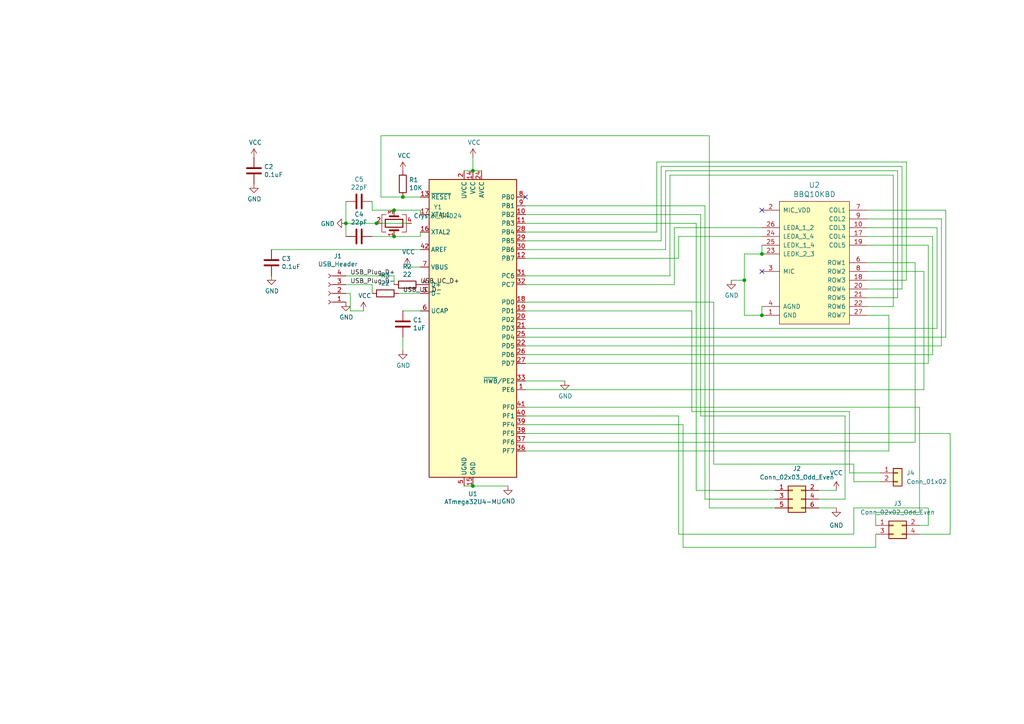
<source format=kicad_sch>
(kicad_sch (version 20211123) (generator eeschema)
  (paper "A4")
  (lib_symbols
    (symbol "Connector:Conn_01x04_Female" (pin_names (offset 1.016) hide)
      (property "Reference" "J" (at 0 5.08 0))
      (property "Value" "Conn_01x04_Female" (at 0 -7.62 0))
      (symbol "Conn_01x04_Female_1_1"
        (arc (start 0 -4.572) (mid -0.508 -5.08) (end 0 -5.588) (stroke (width 0.1524)))
        (arc (start 0 -2.032) (mid -0.508 -2.54) (end 0 -3.048) (stroke (width 0.1524)))
        (polyline (pts (xy -1.27 -5.08) (xy -0.508 -5.08)) (stroke (width 0.1524)))
        (polyline (pts (xy -1.27 -2.54) (xy -0.508 -2.54)) (stroke (width 0.1524)))
        (polyline (pts (xy -1.27 0) (xy -0.508 0)) (stroke (width 0.1524)))
        (polyline (pts (xy -1.27 2.54) (xy -0.508 2.54)) (stroke (width 0.1524)))
        (arc (start 0 0.508) (mid -0.508 0) (end 0 -0.508) (stroke (width 0.1524)))
        (arc (start 0 3.048) (mid -0.508 2.54) (end 0 2.032) (stroke (width 0.1524)))
        (pin passive line (at -5.08 2.54 0) (length 3.81) (name "Pin_1") (number "1"))
        (pin passive line (at -5.08 0 0) (length 3.81) (name "Pin_2") (number "2"))
        (pin passive line (at -5.08 -2.54 0) (length 3.81) (name "Pin_3") (number "3"))
        (pin passive line (at -5.08 -5.08 0) (length 3.81) (name "Pin_4") (number "4"))
      )
    )
    (symbol "Connector_Generic:Conn_01x02" (pin_names (offset 1.016) hide)
      (property "Reference" "J" (at 0 2.54 0))
      (property "Value" "Conn_01x02" (at 0 -5.08 0))
      (symbol "Conn_01x02_1_1"
        (rectangle (start -1.27 -2.413) (end 0 -2.667) (stroke (width 0.1524)))
        (rectangle (start -1.27 0.127) (end 0 -0.127) (stroke (width 0.1524)))
        (rectangle (start -1.27 1.27) (end 1.27 -3.81) (stroke (width 0.254)) (fill (type background)))
        (pin passive line (at -5.08 0 0) (length 3.81) (name "Pin_1") (number "1"))
        (pin passive line (at -5.08 -2.54 0) (length 3.81) (name "Pin_2") (number "2"))
      )
    )
    (symbol "Connector_Generic:Conn_02x02_Odd_Even" (pin_names (offset 1.016) hide)
      (property "Reference" "J" (at 1.27 2.54 0))
      (property "Value" "Conn_02x02_Odd_Even" (at 1.27 -5.08 0))
      (symbol "Conn_02x02_Odd_Even_1_1"
        (rectangle (start -1.27 -2.413) (end 0 -2.667) (stroke (width 0.1524)))
        (rectangle (start -1.27 0.127) (end 0 -0.127) (stroke (width 0.1524)))
        (rectangle (start -1.27 1.27) (end 3.81 -3.81) (stroke (width 0.254)) (fill (type background)))
        (rectangle (start 3.81 -2.413) (end 2.54 -2.667) (stroke (width 0.1524)))
        (rectangle (start 3.81 0.127) (end 2.54 -0.127) (stroke (width 0.1524)))
        (pin passive line (at -5.08 0 0) (length 3.81) (name "Pin_1") (number "1"))
        (pin passive line (at 7.62 0 180) (length 3.81) (name "Pin_2") (number "2"))
        (pin passive line (at -5.08 -2.54 0) (length 3.81) (name "Pin_3") (number "3"))
        (pin passive line (at 7.62 -2.54 180) (length 3.81) (name "Pin_4") (number "4"))
      )
    )
    (symbol "Connector_Generic:Conn_02x03_Odd_Even" (pin_names (offset 1.016) hide)
      (property "Reference" "J" (at 1.27 5.08 0))
      (property "Value" "Conn_02x03_Odd_Even" (at 1.27 -5.08 0))
      (symbol "Conn_02x03_Odd_Even_1_1"
        (rectangle (start -1.27 -2.413) (end 0 -2.667) (stroke (width 0.1524)))
        (rectangle (start -1.27 0.127) (end 0 -0.127) (stroke (width 0.1524)))
        (rectangle (start -1.27 2.667) (end 0 2.413) (stroke (width 0.1524)))
        (rectangle (start -1.27 3.81) (end 3.81 -3.81) (stroke (width 0.254)) (fill (type background)))
        (rectangle (start 3.81 -2.413) (end 2.54 -2.667) (stroke (width 0.1524)))
        (rectangle (start 3.81 0.127) (end 2.54 -0.127) (stroke (width 0.1524)))
        (rectangle (start 3.81 2.667) (end 2.54 2.413) (stroke (width 0.1524)))
        (pin passive line (at -5.08 2.54 0) (length 3.81) (name "Pin_1") (number "1"))
        (pin passive line (at 7.62 2.54 180) (length 3.81) (name "Pin_2") (number "2"))
        (pin passive line (at -5.08 0 0) (length 3.81) (name "Pin_3") (number "3"))
        (pin passive line (at 7.62 0 180) (length 3.81) (name "Pin_4") (number "4"))
        (pin passive line (at -5.08 -2.54 0) (length 3.81) (name "Pin_5") (number "5"))
        (pin passive line (at 7.62 -2.54 180) (length 3.81) (name "Pin_6") (number "6"))
      )
    )
    (symbol "Device:C" (pin_numbers hide) (pin_names (offset 0.254))
      (property "Reference" "C" (at 0.635 2.54 0))
      (property "Value" "C" (at 0.635 -2.54 0))
      (symbol "C_0_1"
        (polyline (pts (xy -2.032 -0.762) (xy 2.032 -0.762)) (stroke (width 0.508)))
        (polyline (pts (xy -2.032 0.762) (xy 2.032 0.762)) (stroke (width 0.508)))
      )
      (symbol "C_1_1"
        (pin passive line (at 0 3.81 270) (length 2.794) (name "~") (number "1"))
        (pin passive line (at 0 -3.81 90) (length 2.794) (name "~") (number "2"))
      )
    )
    (symbol "Device:Crystal_GND24" (pin_names (offset 1.016) hide)
      (property "Reference" "Y" (at 3.175 5.08 0))
      (property "Value" "Crystal_GND24" (at 3.175 3.175 0))
      (symbol "Crystal_GND24_0_1"
        (rectangle (start -1.143 2.54) (end 1.143 -2.54) (stroke (width 0.3048)))
        (polyline (pts (xy -2.54 0) (xy -2.032 0)))
        (polyline (pts (xy -2.032 -1.27) (xy -2.032 1.27)) (stroke (width 0.508)))
        (polyline (pts (xy 0 -3.81) (xy 0 -3.556)))
        (polyline (pts (xy 0 3.556) (xy 0 3.81)))
        (polyline (pts (xy 2.032 -1.27) (xy 2.032 1.27)) (stroke (width 0.508)))
        (polyline (pts (xy 2.032 0) (xy 2.54 0)))
        (polyline (pts (xy -2.54 -2.286) (xy -2.54 -3.556) (xy 2.54 -3.556) (xy 2.54 -2.286)))
        (polyline (pts (xy -2.54 2.286) (xy -2.54 3.556) (xy 2.54 3.556) (xy 2.54 2.286)))
      )
      (symbol "Crystal_GND24_1_1"
        (pin passive line (at -3.81 0 0) (length 1.27) (name "1") (number "1"))
        (pin passive line (at 0 5.08 270) (length 1.27) (name "2") (number "2"))
        (pin passive line (at 3.81 0 180) (length 1.27) (name "3") (number "3"))
        (pin passive line (at 0 -5.08 90) (length 1.27) (name "4") (number "4"))
      )
    )
    (symbol "Device:R" (pin_numbers hide) (pin_names (offset 0))
      (property "Reference" "R" (at 2.032 0 90))
      (property "Value" "R" (at 0 0 90))
      (symbol "R_0_1"
        (rectangle (start -1.016 -2.54) (end 1.016 2.54) (stroke (width 0.254)))
      )
      (symbol "R_1_1"
        (pin passive line (at 0 3.81 270) (length 1.27) (name "~") (number "1"))
        (pin passive line (at 0 -3.81 90) (length 1.27) (name "~") (number "2"))
      )
    )
    (symbol "FairberryMainboard-rescue:ATmega32U4-MU-MCU_Microchip_ATmega"
      (property "Reference" "U" (at -12.7 44.45 0))
      (property "Value" "ATmega32U4-MU-MCU_Microchip_ATmega" (at 2.54 -44.45 0))
      (symbol "ATmega32U4-MU-MCU_Microchip_ATmega_0_1"
        (rectangle (start -12.7 -43.18) (end 12.7 43.18) (stroke (width 0.254)) (fill (type background)))
      )
      (symbol "ATmega32U4-MU-MCU_Microchip_ATmega_1_1"
        (pin bidirectional line (at 15.24 -17.78 180) (length 2.54) (name "PE6") (number "1"))
        (pin bidirectional line (at 15.24 33.02 180) (length 2.54) (name "PB2") (number "10"))
        (pin bidirectional line (at 15.24 30.48 180) (length 2.54) (name "PB3") (number "11"))
        (pin bidirectional line (at 15.24 20.32 180) (length 2.54) (name "PB7") (number "12"))
        (pin input line (at -15.24 38.1 0) (length 2.54) (name "~{RESET}") (number "13"))
        (pin power_in line (at 0 45.72 270) (length 2.54) (name "VCC") (number "14"))
        (pin power_in line (at 0 -45.72 90) (length 2.54) (name "GND") (number "15"))
        (pin output line (at -15.24 27.94 0) (length 2.54) (name "XTAL2") (number "16"))
        (pin input line (at -15.24 33.02 0) (length 2.54) (name "XTAL1") (number "17"))
        (pin bidirectional line (at 15.24 7.62 180) (length 2.54) (name "PD0") (number "18"))
        (pin bidirectional line (at 15.24 5.08 180) (length 2.54) (name "PD1") (number "19"))
        (pin power_in line (at -2.54 45.72 270) (length 2.54) (name "UVCC") (number "2"))
        (pin bidirectional line (at 15.24 2.54 180) (length 2.54) (name "PD2") (number "20"))
        (pin bidirectional line (at 15.24 0 180) (length 2.54) (name "PD3") (number "21"))
        (pin bidirectional line (at 15.24 -5.08 180) (length 2.54) (name "PD5") (number "22"))
        (pin passive line (at 0 -45.72 90) (length 2.54) hide (name "GND") (number "23"))
        (pin power_in line (at 2.54 45.72 270) (length 2.54) (name "AVCC") (number "24"))
        (pin bidirectional line (at 15.24 -2.54 180) (length 2.54) (name "PD4") (number "25"))
        (pin bidirectional line (at 15.24 -7.62 180) (length 2.54) (name "PD6") (number "26"))
        (pin bidirectional line (at 15.24 -10.16 180) (length 2.54) (name "PD7") (number "27"))
        (pin bidirectional line (at 15.24 27.94 180) (length 2.54) (name "PB4") (number "28"))
        (pin bidirectional line (at 15.24 25.4 180) (length 2.54) (name "PB5") (number "29"))
        (pin bidirectional line (at -15.24 10.16 0) (length 2.54) (name "D-") (number "3"))
        (pin bidirectional line (at 15.24 22.86 180) (length 2.54) (name "PB6") (number "30"))
        (pin bidirectional line (at 15.24 15.24 180) (length 2.54) (name "PC6") (number "31"))
        (pin bidirectional line (at 15.24 12.7 180) (length 2.54) (name "PC7") (number "32"))
        (pin bidirectional line (at 15.24 -15.24 180) (length 2.54) (name "~{HWB}/PE2") (number "33"))
        (pin passive line (at 0 45.72 270) (length 2.54) hide (name "VCC") (number "34"))
        (pin passive line (at 0 -45.72 90) (length 2.54) hide (name "GND") (number "35"))
        (pin bidirectional line (at 15.24 -35.56 180) (length 2.54) (name "PF7") (number "36"))
        (pin bidirectional line (at 15.24 -33.02 180) (length 2.54) (name "PF6") (number "37"))
        (pin bidirectional line (at 15.24 -30.48 180) (length 2.54) (name "PF5") (number "38"))
        (pin bidirectional line (at 15.24 -27.94 180) (length 2.54) (name "PF4") (number "39"))
        (pin bidirectional line (at -15.24 12.7 0) (length 2.54) (name "D+") (number "4"))
        (pin bidirectional line (at 15.24 -25.4 180) (length 2.54) (name "PF1") (number "40"))
        (pin bidirectional line (at 15.24 -22.86 180) (length 2.54) (name "PF0") (number "41"))
        (pin passive line (at -15.24 22.86 0) (length 2.54) (name "AREF") (number "42"))
        (pin passive line (at 0 -45.72 90) (length 2.54) hide (name "GND") (number "43"))
        (pin passive line (at 2.54 45.72 270) (length 2.54) hide (name "AVCC") (number "44"))
        (pin passive line (at 0 -45.72 90) (length 2.54) hide (name "GND") (number "45"))
        (pin passive line (at -2.54 -45.72 90) (length 2.54) (name "UGND") (number "5"))
        (pin passive line (at -15.24 5.08 0) (length 2.54) (name "UCAP") (number "6"))
        (pin input line (at -15.24 17.78 0) (length 2.54) (name "VBUS") (number "7"))
        (pin bidirectional line (at 15.24 38.1 180) (length 2.54) (name "PB0") (number "8"))
        (pin bidirectional line (at 15.24 35.56 180) (length 2.54) (name "PB1") (number "9"))
      )
    )
    (symbol "Keyboard:BBQ10KBD" (pin_names (offset 1.016))
      (property "Reference" "U" (at 10.16 19.05 0))
      (property "Value" "BBQ10KBD" (at 1.27 -19.05 0))
      (symbol "BBQ10KBD_0_1"
        (rectangle (start -10.16 17.78) (end 10.16 -17.78) (fill (type background)))
      )
      (symbol "BBQ10KBD_1_1"
        (pin power_in line (at -15.24 -15.24 0) (length 5.08) (name "GND") (number "1"))
        (pin output line (at 15.24 10.16 180) (length 5.08) (name "COL3") (number "10"))
        (pin passive line (at -15.24 -15.24 0) (length 5.08) hide (name "GND") (number "11"))
        (pin passive line (at -15.24 -15.24 0) (length 5.08) hide (name "GND") (number "12"))
        (pin passive line (at -15.24 -15.24 0) (length 5.08) hide (name "GND") (number "13"))
        (pin passive line (at -15.24 -15.24 0) (length 5.08) hide (name "GND") (number "14"))
        (pin passive line (at -15.24 -15.24 0) (length 5.08) hide (name "GND") (number "15"))
        (pin passive line (at -15.24 -15.24 0) (length 5.08) hide (name "GND") (number "16"))
        (pin output line (at 15.24 7.62 180) (length 5.08) (name "COL4") (number "17"))
        (pin output line (at 15.24 -5.08 180) (length 5.08) (name "ROW3") (number "18"))
        (pin output line (at 15.24 5.08 180) (length 5.08) (name "COL5") (number "19"))
        (pin power_in line (at -15.24 15.24 0) (length 5.08) (name "MIC_VDD") (number "2"))
        (pin output line (at 15.24 -7.62 180) (length 5.08) (name "ROW4") (number "20"))
        (pin output line (at 15.24 -10.16 180) (length 5.08) (name "ROW5") (number "21"))
        (pin output line (at 15.24 -12.7 180) (length 5.08) (name "ROW6") (number "22"))
        (pin power_in line (at -15.24 2.54 0) (length 5.08) (name "LEDK_2_3") (number "23"))
        (pin power_in line (at -15.24 7.62 0) (length 5.08) (name "LEDA_3_4") (number "24"))
        (pin power_in line (at -15.24 5.08 0) (length 5.08) (name "LEDK_1_4") (number "25"))
        (pin power_in line (at -15.24 10.16 0) (length 5.08) (name "LEDA_1_2") (number "26"))
        (pin output line (at 15.24 -15.24 180) (length 5.08) (name "ROW7") (number "27"))
        (pin passive line (at -15.24 -15.24 0) (length 5.08) hide (name "GND") (number "28"))
        (pin output line (at -15.24 -2.54 0) (length 5.08) (name "MIC") (number "3"))
        (pin power_in line (at -15.24 -12.7 0) (length 5.08) (name "AGND") (number "4"))
        (pin passive line (at -15.24 -15.24 0) (length 5.08) hide (name "GND") (number "5"))
        (pin output line (at 15.24 0 180) (length 5.08) (name "ROW1") (number "6"))
        (pin output line (at 15.24 15.24 180) (length 5.08) (name "COL1") (number "7"))
        (pin output line (at 15.24 -2.54 180) (length 5.08) (name "ROW2") (number "8"))
        (pin output line (at 15.24 12.7 180) (length 5.08) (name "COL2") (number "9"))
      )
    )
    (symbol "power:GND" (power) (pin_names (offset 0))
      (property "Value" "GND" (at 0 -3.81 0))
      (symbol "GND_0_1"
        (polyline (pts (xy 0 0) (xy 0 -1.27) (xy 1.27 -1.27) (xy 0 -2.54) (xy -1.27 -1.27) (xy 0 -1.27)))
      )
      (symbol "GND_1_1"
        (pin power_in line (at 0 0 270) (length 0) hide (name "GND") (number "1"))
      )
    )
    (symbol "power:VCC" (power) (pin_names (offset 0))
      (property "Value" "VCC" (at 0 3.81 0))
      (symbol "VCC_0_1"
        (polyline (pts (xy -0.762 1.27) (xy 0 2.54)))
        (polyline (pts (xy 0 0) (xy 0 2.54)))
        (polyline (pts (xy 0 2.54) (xy 0.762 1.27)))
      )
      (symbol "VCC_1_1"
        (pin power_in line (at 0 0 90) (length 0) hide (name "VCC") (number "1"))
      )
    )
  )
  (junction (at 137.16 49.53))
  (junction (at 215.9 81.28))
  (junction (at 114.3 60.96))
  (junction (at 114.3 68.58))
  (junction (at 220.98 73.66))
  (junction (at 137.16 140.97))
  (junction (at 109.22 64.77))
  (junction (at 100.33 64.77))
  (junction (at 116.84 57.15))
  (junction (at 220.98 91.44))
  (no_connect (at 152.4 57.15))
  (no_connect (at 220.98 60.96))
  (no_connect (at 220.98 78.74))
  (wire (pts (xy 275.59 125.73) (xy 275.59 154.94)))
  (wire (pts (xy 275.59 154.94) (xy 266.7 154.94)))
  (wire (pts (xy 110.49 57.15) (xy 110.49 39.37)))
  (wire (pts (xy 247.65 147.32) (xy 247.65 154.94)))
  (wire (pts (xy 260.35 49.53) (xy 193.04 49.53)))
  (wire (pts (xy 152.4 82.55) (xy 195.58 82.55)))
  (wire (pts (xy 247.65 147.32) (xy 269.24 147.32)))
  (wire (pts (xy 152.4 123.19) (xy 198.12 123.19)))
  (wire (pts (xy 100.33 68.58) (xy 100.33 64.77)))
  (wire (pts (xy 198.12 123.19) (xy 198.12 158.75)))
  (wire (pts (xy 116.84 57.15) (xy 110.49 57.15)))
  (wire (pts (xy 100.33 64.77) (xy 109.22 64.77)))
  (wire (pts (xy 261.62 48.26) (xy 191.77 48.26)))
  (wire (pts (xy 152.4 59.69) (xy 204.47 59.69)))
  (wire (pts (xy 200.66 119.38) (xy 246.38 119.38)))
  (wire (pts (xy 212.09 81.28) (xy 215.9 81.28)))
  (wire (pts (xy 195.58 66.04) (xy 195.58 82.55)))
  (wire (pts (xy 105.41 90.17) (xy 101.6 90.17)))
  (wire (pts (xy 121.92 67.31) (xy 121.92 68.58)))
  (wire (pts (xy 196.85 154.94) (xy 247.65 154.94)))
  (wire (pts (xy 118.11 77.47) (xy 121.92 77.47)))
  (wire (pts (xy 134.62 140.97) (xy 137.16 140.97)))
  (wire (pts (xy 116.84 90.17) (xy 121.92 90.17)))
  (wire (pts (xy 262.89 46.99) (xy 262.89 81.28)))
  (wire (pts (xy 269.24 152.4) (xy 266.7 152.4)))
  (wire (pts (xy 137.16 140.97) (xy 147.32 140.97)))
  (wire (pts (xy 267.97 78.74) (xy 267.97 113.03)))
  (wire (pts (xy 237.49 147.32) (xy 242.57 147.32)))
  (wire (pts (xy 137.16 49.53) (xy 137.16 45.72)))
  (wire (pts (xy 270.51 68.58) (xy 270.51 102.87)))
  (wire (pts (xy 255.27 139.7) (xy 247.65 139.7)))
  (wire (pts (xy 251.46 66.04) (xy 271.78 66.04)))
  (wire (pts (xy 152.4 105.41) (xy 269.24 105.41)))
  (wire (pts (xy 215.9 73.66) (xy 220.98 73.66)))
  (wire (pts (xy 200.66 90.17) (xy 200.66 119.38)))
  (wire (pts (xy 251.46 60.96) (xy 274.32 60.96)))
  (wire (pts (xy 269.24 71.12) (xy 269.24 105.41)))
  (wire (pts (xy 265.43 76.2) (xy 265.43 128.27)))
  (wire (pts (xy 191.77 69.85) (xy 152.4 69.85)))
  (wire (pts (xy 190.5 67.31) (xy 152.4 67.31)))
  (wire (pts (xy 101.6 90.17) (xy 101.6 85.09)))
  (wire (pts (xy 271.78 66.04) (xy 271.78 95.25)))
  (wire (pts (xy 215.9 73.66) (xy 215.9 81.28)))
  (wire (pts (xy 193.04 49.53) (xy 193.04 72.39)))
  (wire (pts (xy 251.46 86.36) (xy 260.35 86.36)))
  (wire (pts (xy 273.05 63.5) (xy 273.05 100.33)))
  (wire (pts (xy 246.38 137.16) (xy 255.27 137.16)))
  (wire (pts (xy 259.08 50.8) (xy 259.08 88.9)))
  (wire (pts (xy 137.16 49.53) (xy 139.7 49.53)))
  (wire (pts (xy 152.4 118.11) (xy 266.7 118.11)))
  (wire (pts (xy 251.46 63.5) (xy 273.05 63.5)))
  (wire (pts (xy 260.35 49.53) (xy 260.35 86.36)))
  (wire (pts (xy 100.33 80.01) (xy 114.3 80.01)))
  (wire (pts (xy 269.24 147.32) (xy 269.24 152.4)))
  (wire (pts (xy 152.4 62.23) (xy 203.2 62.23)))
  (wire (pts (xy 114.3 80.01) (xy 114.3 82.55)))
  (wire (pts (xy 259.08 50.8) (xy 194.31 50.8)))
  (wire (pts (xy 193.04 72.39) (xy 152.4 72.39)))
  (wire (pts (xy 152.4 128.27) (xy 265.43 128.27)))
  (wire (pts (xy 78.74 72.39) (xy 121.92 72.39)))
  (wire (pts (xy 251.46 83.82) (xy 261.62 83.82)))
  (wire (pts (xy 152.4 87.63) (xy 207.01 87.63)))
  (wire (pts (xy 152.4 97.79) (xy 274.32 97.79)))
  (wire (pts (xy 152.4 90.17) (xy 200.66 90.17)))
  (wire (pts (xy 270.51 102.87) (xy 152.4 102.87)))
  (wire (pts (xy 257.81 91.44) (xy 257.81 130.81)))
  (wire (pts (xy 107.95 60.96) (xy 114.3 60.96)))
  (wire (pts (xy 251.46 71.12) (xy 269.24 71.12)))
  (wire (pts (xy 100.33 82.55) (xy 107.95 82.55)))
  (wire (pts (xy 245.11 144.78) (xy 237.49 144.78)))
  (wire (pts (xy 220.98 88.9) (xy 220.98 91.44)))
  (wire (pts (xy 190.5 46.99) (xy 190.5 67.31)))
  (wire (pts (xy 220.98 71.12) (xy 220.98 73.66)))
  (wire (pts (xy 205.74 39.37) (xy 205.74 147.32)))
  (wire (pts (xy 152.4 113.03) (xy 267.97 113.03)))
  (wire (pts (xy 205.74 147.32) (xy 224.79 147.32)))
  (wire (pts (xy 246.38 119.38) (xy 246.38 137.16)))
  (wire (pts (xy 121.92 62.23) (xy 121.92 60.96)))
  (wire (pts (xy 201.93 64.77) (xy 201.93 142.24)))
  (wire (pts (xy 191.77 48.26) (xy 191.77 69.85)))
  (wire (pts (xy 109.22 64.77) (xy 119.38 64.77)))
  (wire (pts (xy 152.4 120.65) (xy 196.85 120.65)))
  (wire (pts (xy 266.7 118.11) (xy 266.7 148.59)))
  (wire (pts (xy 194.31 80.01) (xy 152.4 80.01)))
  (wire (pts (xy 251.46 76.2) (xy 265.43 76.2)))
  (wire (pts (xy 215.9 81.28) (xy 215.9 91.44)))
  (wire (pts (xy 254 154.94) (xy 254 158.75)))
  (wire (pts (xy 152.4 74.93) (xy 196.85 74.93)))
  (wire (pts (xy 247.65 139.7) (xy 247.65 134.62)))
  (wire (pts (xy 274.32 60.96) (xy 274.32 97.79)))
  (wire (pts (xy 254 152.4) (xy 254 148.59)))
  (wire (pts (xy 251.46 91.44) (xy 257.81 91.44)))
  (wire (pts (xy 251.46 81.28) (xy 262.89 81.28)))
  (wire (pts (xy 245.11 120.65) (xy 245.11 144.78)))
  (wire (pts (xy 237.49 142.24) (xy 242.57 142.24)))
  (wire (pts (xy 247.65 134.62) (xy 207.01 134.62)))
  (wire (pts (xy 134.62 49.53) (xy 137.16 49.53)))
  (wire (pts (xy 196.85 68.58) (xy 220.98 68.58)))
  (wire (pts (xy 201.93 142.24) (xy 224.79 142.24)))
  (wire (pts (xy 114.3 68.58) (xy 121.92 68.58)))
  (wire (pts (xy 114.3 60.96) (xy 121.92 60.96)))
  (wire (pts (xy 251.46 68.58) (xy 270.51 68.58)))
  (wire (pts (xy 194.31 50.8) (xy 194.31 80.01)))
  (wire (pts (xy 203.2 62.23) (xy 203.2 120.65)))
  (wire (pts (xy 215.9 91.44) (xy 220.98 91.44)))
  (wire (pts (xy 101.6 85.09) (xy 100.33 85.09)))
  (wire (pts (xy 107.95 68.58) (xy 114.3 68.58)))
  (wire (pts (xy 273.05 100.33) (xy 152.4 100.33)))
  (wire (pts (xy 261.62 48.26) (xy 261.62 83.82)))
  (wire (pts (xy 203.2 120.65) (xy 245.11 120.65)))
  (wire (pts (xy 100.33 58.42) (xy 100.33 64.77)))
  (wire (pts (xy 107.95 82.55) (xy 107.95 85.09)))
  (wire (pts (xy 254 148.59) (xy 266.7 148.59)))
  (wire (pts (xy 152.4 125.73) (xy 275.59 125.73)))
  (wire (pts (xy 152.4 95.25) (xy 271.78 95.25)))
  (wire (pts (xy 196.85 120.65) (xy 196.85 154.94)))
  (wire (pts (xy 251.46 88.9) (xy 259.08 88.9)))
  (wire (pts (xy 116.84 57.15) (xy 121.92 57.15)))
  (wire (pts (xy 196.85 74.93) (xy 196.85 68.58)))
  (wire (pts (xy 121.92 85.09) (xy 115.57 85.09)))
  (wire (pts (xy 204.47 144.78) (xy 224.79 144.78)))
  (wire (pts (xy 204.47 59.69) (xy 204.47 144.78)))
  (wire (pts (xy 116.84 97.79) (xy 116.84 101.6)))
  (wire (pts (xy 152.4 110.49) (xy 163.83 110.49)))
  (wire (pts (xy 262.89 46.99) (xy 190.5 46.99)))
  (wire (pts (xy 207.01 87.63) (xy 207.01 134.62)))
  (wire (pts (xy 195.58 66.04) (xy 220.98 66.04)))
  (wire (pts (xy 110.49 39.37) (xy 205.74 39.37)))
  (wire (pts (xy 251.46 78.74) (xy 267.97 78.74)))
  (wire (pts (xy 257.81 130.81) (xy 152.4 130.81)))
  (wire (pts (xy 152.4 64.77) (xy 201.93 64.77)))
  (wire (pts (xy 107.95 58.42) (xy 107.95 60.96)))
  (wire (pts (xy 198.12 158.75) (xy 254 158.75)))
  (label "USB_Plug_D-" (at 101.6 82.55 0))
  (label "USB_UC_D+" (at 121.92 82.55 0))
  (label "USB_UC_D-" (at 116.84 85.09 0))
  (label "USB_Plug_D+" (at 101.6 80.01 0))
  (symbol (lib_id "FairberryMainboard-rescue:ATmega32U4-MU-MCU_Microchip_ATmega") (at 137.16 95.25 0) (unit 1)
    (property "Reference" "U1" (at 137.16 143.2306 0))
    (property "Value" "ATmega32U4-MU" (at 137.16 145.542 0))
    (property "Footprint" "Package_DFN_QFN:QFN-44-1EP_7x7mm_P0.5mm_EP5.2x5.2mm" (effects hide))
    (property "Datasheet" "http://ww1.microchip.com/downloads/en/DeviceDoc/Atmel-7766-8-bit-AVR-ATmega16U4-32U4_Datasheet.pdf" (effects hide))
  )
  (symbol (lib_id "Keyboard:BBQ10KBD") (at 236.22 76.2 0) (unit 1)
    (property "Reference" "U2" (at 236.22 53.6702 0) (effects (font (size 1.524 1.524))))
    (property "Value" "BBQ10KBD" (at 236.22 56.3626 0) (effects (font (size 1.524 1.524))))
    (property "Footprint" "Connectors_Hirose_extra:BM14B(0.8)-24DS-0.4V(53)" (effects hide))
    (property "Datasheet" "https://www.hirose.com/en/product/document?clcode=CL0684-8005-0-53&productname=BM14B(0.8)-24DS-0.4V(53)&series=BM14&documenttype=Catalog&lang=en&documentid=D47400_en" (effects hide))
  )
  (symbol (lib_id "power:GND") (at 212.09 81.28 0) (unit 1)
    (property "Reference" "#PWR0101" (effects hide))
    (property "Value" "GND" (at 212.217 85.6742 0))
  )
  (symbol (lib_id "Device:R") (at 116.84 53.34 0) (unit 1)
    (property "Reference" "R1" (at 118.618 52.1716 0) (effects (justify left)))
    (property "Value" "10K" (at 118.618 54.483 0) (effects (justify left)))
    (property "Footprint" "Resistor_SMD:R_0402_1005Metric" (effects hide))
  )
  (symbol (lib_id "power:VCC") (at 116.84 49.53 0) (unit 1)
    (property "Reference" "#PWR0102" (effects hide))
    (property "Value" "VCC" (at 117.221 45.1358 0))
  )
  (symbol (lib_id "power:VCC") (at 137.16 45.72 0) (unit 1)
    (property "Reference" "#PWR0103" (effects hide))
    (property "Value" "VCC" (at 137.541 41.3258 0))
  )
  (symbol (lib_id "power:VCC") (at 118.11 77.47 0) (unit 1)
    (property "Reference" "#PWR0104" (effects hide))
    (property "Value" "VCC" (at 118.491 73.0758 0))
  )
  (symbol (lib_id "power:GND") (at 147.32 140.97 0) (unit 1)
    (property "Reference" "#PWR0105" (effects hide))
    (property "Value" "GND" (at 147.447 145.3642 0))
  )
  (symbol (lib_id "power:GND") (at 163.83 110.49 0) (unit 1)
    (property "Reference" "#PWR0106" (effects hide))
    (property "Value" "GND" (at 163.957 114.8842 0))
  )
  (symbol (lib_id "Device:C") (at 116.84 93.98 0) (unit 1)
    (property "Reference" "C1" (at 119.761 92.8116 0) (effects (justify left)))
    (property "Value" "1uF" (at 119.761 95.123 0) (effects (justify left)))
    (property "Footprint" "Capacitor_SMD:C_0402_1005Metric" (effects hide))
  )
  (symbol (lib_id "power:GND") (at 116.84 101.6 0) (unit 1)
    (property "Reference" "#PWR0107" (effects hide))
    (property "Value" "GND" (at 116.967 105.9942 0))
  )
  (symbol (lib_id "Connector:Conn_01x04_Female") (at 95.25 85.09 180) (unit 1)
    (property "Reference" "J1" (at 97.9932 74.295 0))
    (property "Value" "USB_Header" (at 97.9932 76.6064 0))
    (property "Footprint" "Fairberry:TestPoint_Pad_2x2_2.0x3.0mm" (effects hide))
  )
  (symbol (lib_id "power:VCC") (at 105.41 90.17 0) (unit 1)
    (property "Reference" "#PWR0108" (effects hide))
    (property "Value" "VCC" (at 105.791 85.7758 0))
  )
  (symbol (lib_id "power:GND") (at 100.33 87.63 0) (unit 1)
    (property "Reference" "#PWR0109" (effects hide))
    (property "Value" "GND" (at 100.457 92.0242 0))
  )
  (symbol (lib_id "power:VCC") (at 73.66 45.72 0) (unit 1)
    (property "Reference" "#PWR0111" (effects hide))
    (property "Value" "VCC" (at 74.041 41.3258 0))
  )
  (symbol (lib_id "Device:C") (at 73.66 49.53 0) (unit 1)
    (property "Reference" "C2" (at 76.581 48.3616 0) (effects (justify left)))
    (property "Value" "0.1uF" (at 76.581 50.673 0) (effects (justify left)))
    (property "Footprint" "Capacitor_SMD:C_0402_1005Metric" (effects hide))
  )
  (symbol (lib_id "power:GND") (at 73.66 53.34 0) (unit 1)
    (property "Reference" "#PWR0112" (effects hide))
    (property "Value" "GND" (at 73.787 57.7342 0))
  )
  (symbol (lib_id "Device:C") (at 78.74 76.2 0) (unit 1)
    (property "Reference" "C3" (at 81.661 75.0316 0) (effects (justify left)))
    (property "Value" "0.1uF" (at 81.661 77.343 0) (effects (justify left)))
    (property "Footprint" "Capacitor_SMD:C_0402_1005Metric" (effects hide))
  )
  (symbol (lib_id "power:GND") (at 78.74 80.01 0) (unit 1)
    (property "Reference" "#PWR0113" (effects hide))
    (property "Value" "GND" (at 78.867 84.4042 0))
  )
  (symbol (lib_id "Device:C") (at 104.14 68.58 270) (unit 1)
    (property "Reference" "C4" (at 104.14 62.1792 90))
    (property "Value" "22pF" (at 104.14 64.4906 90))
    (property "Footprint" "Capacitor_SMD:C_0402_1005Metric" (effects hide))
  )
  (symbol (lib_id "Device:C") (at 104.14 58.42 270) (unit 1)
    (property "Reference" "C5" (at 104.14 52.0192 90))
    (property "Value" "22pF" (at 104.14 54.3306 90))
    (property "Footprint" "Capacitor_SMD:C_0402_1005Metric" (effects hide))
  )
  (symbol (lib_id "Device:R") (at 118.11 82.55 270) (unit 1)
    (property "Reference" "R2" (at 118.11 77.2922 90))
    (property "Value" "22" (at 118.11 79.6036 90))
    (property "Footprint" "Resistor_SMD:R_0603_1608Metric" (effects hide))
  )
  (symbol (lib_id "Device:R") (at 111.76 85.09 270) (unit 1)
    (property "Reference" "R3" (at 111.76 79.8322 90))
    (property "Value" "22" (at 111.76 82.1436 90))
    (property "Footprint" "Resistor_SMD:R_0603_1608Metric" (effects hide))
  )
  (symbol (lib_id "power:GND") (at 100.33 64.77 270) (unit 1)
    (property "Reference" "#PWR0110" (effects hide))
    (property "Value" "GND" (at 97.0788 64.897 90) (effects (justify right)))
  )
  (symbol (lib_id "Connector_Generic:Conn_01x02") (at 260.35 137.16 0) (unit 1)
    (property "Reference" "J4" (at 262.89 137.1599 0) (effects (justify left)))
    (property "Value" "Conn_01x02" (at 262.89 139.6999 0) (effects (justify left)))
    (property "Footprint" "Fairberry:TestPoint_Pad_1x2_2.0x3.0mm_Rotated" (effects hide))
  )
  (symbol (lib_id "Device:Crystal_GND24") (at 114.3 64.77 90) (unit 1)
    (property "Reference" "Y1" (at 127 60.071 90))
    (property "Value" "Crystal_GND24" (at 127 62.611 90))
    (property "Footprint" "Crystal:Crystal_SMD_SeikoEpson_FA238-4Pin_3.2x2.5mm" (effects hide))
  )
  (symbol (lib_id "Connector_Generic:Conn_02x02_Odd_Even") (at 259.08 152.4 0) (unit 1)
    (property "Reference" "J3" (at 260.35 146.05 0))
    (property "Value" "Conn_02x02_Odd_Even" (at 260.35 148.59 0))
    (property "Footprint" "Fairberry:TestPoint_Pad_1+3_2.0x3.0mm_slim" (effects hide))
  )
  (symbol (lib_id "power:GND") (at 242.57 147.32 0) (unit 1)
    (property "Reference" "#PWR0117" (effects hide))
    (property "Value" "GND" (at 242.57 152.4 0))
  )
  (symbol (lib_id "Connector_Generic:Conn_02x03_Odd_Even") (at 229.87 144.78 0) (unit 1)
    (property "Reference" "J2" (at 231.14 135.89 0))
    (property "Value" "Conn_02x03_Odd_Even" (at 231.14 138.43 0))
    (property "Footprint" "Fairberry:TestPoint_Pad_2x3_2.0x3.0mm" (effects hide))
  )
  (symbol (lib_id "power:VCC") (at 242.57 142.24 0) (unit 1)
    (property "Reference" "#PWR0116" (effects hide))
    (property "Value" "VCC" (at 242.57 137.16 0))
  )
)
</source>
